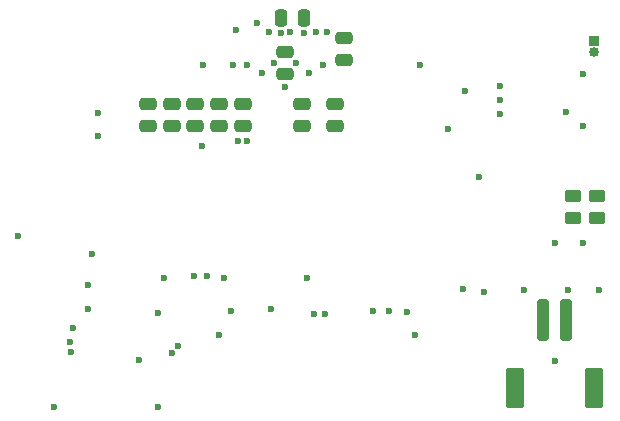
<source format=gbs>
%TF.GenerationSoftware,KiCad,Pcbnew,8.0.9-8.0.9-0~ubuntu22.04.1*%
%TF.CreationDate,2025-08-19T21:28:46+02:00*%
%TF.ProjectId,KG_Disp_Adapter,4b475f44-6973-4705-9f41-646170746572,rev?*%
%TF.SameCoordinates,Original*%
%TF.FileFunction,Soldermask,Bot*%
%TF.FilePolarity,Negative*%
%FSLAX46Y46*%
G04 Gerber Fmt 4.6, Leading zero omitted, Abs format (unit mm)*
G04 Created by KiCad (PCBNEW 8.0.9-8.0.9-0~ubuntu22.04.1) date 2025-08-19 21:28:46*
%MOMM*%
%LPD*%
G01*
G04 APERTURE LIST*
G04 Aperture macros list*
%AMRoundRect*
0 Rectangle with rounded corners*
0 $1 Rounding radius*
0 $2 $3 $4 $5 $6 $7 $8 $9 X,Y pos of 4 corners*
0 Add a 4 corners polygon primitive as box body*
4,1,4,$2,$3,$4,$5,$6,$7,$8,$9,$2,$3,0*
0 Add four circle primitives for the rounded corners*
1,1,$1+$1,$2,$3*
1,1,$1+$1,$4,$5*
1,1,$1+$1,$6,$7*
1,1,$1+$1,$8,$9*
0 Add four rect primitives between the rounded corners*
20,1,$1+$1,$2,$3,$4,$5,0*
20,1,$1+$1,$4,$5,$6,$7,0*
20,1,$1+$1,$6,$7,$8,$9,0*
20,1,$1+$1,$8,$9,$2,$3,0*%
G04 Aperture macros list end*
%ADD10RoundRect,0.250000X-0.475000X0.250000X-0.475000X-0.250000X0.475000X-0.250000X0.475000X0.250000X0*%
%ADD11RoundRect,0.250000X-0.250000X-0.475000X0.250000X-0.475000X0.250000X0.475000X-0.250000X0.475000X0*%
%ADD12RoundRect,0.250000X0.475000X-0.250000X0.475000X0.250000X-0.475000X0.250000X-0.475000X-0.250000X0*%
%ADD13RoundRect,0.250000X-0.450000X0.262500X-0.450000X-0.262500X0.450000X-0.262500X0.450000X0.262500X0*%
%ADD14RoundRect,0.163044X0.586956X1.536956X-0.586956X1.536956X-0.586956X-1.536956X0.586956X-1.536956X0*%
%ADD15RoundRect,0.208333X0.291667X1.541667X-0.291667X1.541667X-0.291667X-1.541667X0.291667X-1.541667X0*%
%ADD16R,0.850000X0.850000*%
%ADD17O,0.850000X0.850000*%
%ADD18C,0.600000*%
G04 APERTURE END LIST*
D10*
%TO.C,C19*%
X152775008Y-107734999D03*
X152775008Y-109634999D03*
%TD*%
D11*
%TO.C,C13*%
X152425008Y-104884999D03*
X154325008Y-104884999D03*
%TD*%
D10*
%TO.C,C14*%
X156975008Y-112134999D03*
X156975008Y-114034999D03*
%TD*%
D12*
%TO.C,C8*%
X141135008Y-114034999D03*
X141135008Y-112134999D03*
%TD*%
D13*
%TO.C,R1*%
X179175008Y-119972499D03*
X179175008Y-121797499D03*
%TD*%
D14*
%TO.C,J2*%
X172225008Y-136159999D03*
X178925008Y-136159999D03*
D15*
X174575008Y-130409999D03*
X176575008Y-130409999D03*
%TD*%
D10*
%TO.C,C10*%
X145175008Y-112134999D03*
X145175008Y-114034999D03*
%TD*%
%TO.C,C9*%
X143175008Y-112134999D03*
X143175008Y-114034999D03*
%TD*%
%TO.C,C12*%
X149175008Y-112134999D03*
X149175008Y-114034999D03*
%TD*%
D13*
%TO.C,R2*%
X177175008Y-119972499D03*
X177175008Y-121797499D03*
%TD*%
D10*
%TO.C,C11*%
X147175008Y-112134999D03*
X147175008Y-114034999D03*
%TD*%
D12*
%TO.C,C7*%
X157775008Y-108434999D03*
X157775008Y-106534999D03*
%TD*%
D10*
%TO.C,C15*%
X154175008Y-112134999D03*
X154175008Y-114034999D03*
%TD*%
D16*
%TO.C,J1*%
X178950008Y-106784999D03*
D17*
X178950008Y-107784999D03*
%TD*%
D18*
X167860008Y-127799999D03*
X134650008Y-133159999D03*
X152375008Y-106109999D03*
X148775008Y-115284999D03*
X148375008Y-108884999D03*
X149575008Y-115284999D03*
X136887508Y-114884999D03*
X166575008Y-114284999D03*
X134575008Y-132284999D03*
X140375008Y-133834999D03*
X148575008Y-105884999D03*
X161575008Y-129684999D03*
X177975008Y-123884999D03*
X163775008Y-131684999D03*
X170975008Y-112984999D03*
X141975008Y-129834999D03*
X154575008Y-126884999D03*
X156325008Y-106084999D03*
X167975008Y-111084999D03*
X130175008Y-123284999D03*
X133175008Y-137834999D03*
X145775008Y-108884999D03*
X145087508Y-126684999D03*
X136087508Y-129484999D03*
X134775008Y-131084999D03*
X145687508Y-115684999D03*
X151575008Y-129484999D03*
X136887508Y-112884999D03*
X147575008Y-126884999D03*
X176750008Y-127859999D03*
X152775008Y-110684999D03*
X175575008Y-123884999D03*
X146175008Y-126684999D03*
X164175008Y-108884999D03*
X175575008Y-133884999D03*
X179375008Y-127884999D03*
X177975008Y-113984999D03*
X147175008Y-131684999D03*
X169175008Y-118284999D03*
X141975008Y-137834999D03*
X160175008Y-129684999D03*
X156175008Y-129884999D03*
X136087508Y-127484999D03*
X155175008Y-129884999D03*
X148175008Y-129684999D03*
X177975008Y-109584999D03*
X163075008Y-129784999D03*
X143175008Y-133234999D03*
X136375008Y-124884999D03*
X143725008Y-132634999D03*
X155975008Y-108884999D03*
X149575008Y-108884999D03*
X150375008Y-105284999D03*
X150775008Y-109484999D03*
X151375008Y-106084999D03*
X151800008Y-108684999D03*
X153175008Y-106084999D03*
X153700008Y-108684999D03*
X154775008Y-109484999D03*
X155375008Y-106084999D03*
X154375008Y-106109999D03*
X170975008Y-110584999D03*
X169575008Y-128084999D03*
X172975008Y-127884999D03*
X170975008Y-111784999D03*
X142487508Y-126884999D03*
X176575008Y-112784999D03*
M02*

</source>
